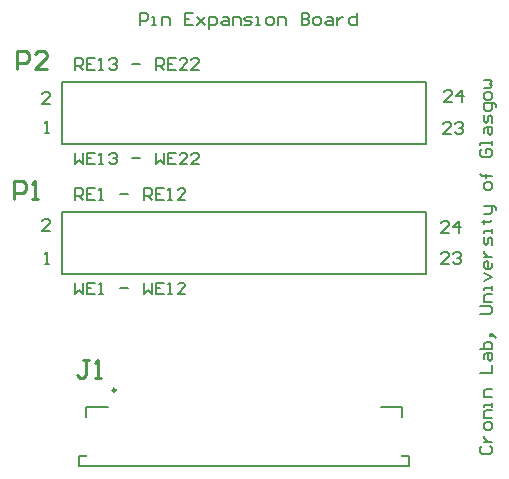
<source format=gbr>
%TF.GenerationSoftware,Altium Limited,Altium Designer,23.2.1 (34)*%
G04 Layer_Color=65535*
%FSLAX45Y45*%
%MOMM*%
%TF.SameCoordinates,7D16A08E-AD26-414A-B05A-F9FA4662990C*%
%TF.FilePolarity,Positive*%
%TF.FileFunction,Legend,Top*%
%TF.Part,Single*%
G01*
G75*
%TA.AperFunction,NonConductor*%
%ADD21C,0.25000*%
%ADD22C,0.20000*%
%ADD23C,0.15240*%
%ADD24C,0.25400*%
D21*
X3612501Y3857880D02*
G03*
X3612501Y3857880I-12500J0D01*
G01*
D22*
X6239002Y5943879D02*
Y6466880D01*
X3161005D02*
X6239002D01*
X3161005Y5943879D02*
X6239002D01*
X3161005D02*
Y6466880D01*
X6238997Y4843876D02*
Y5366878D01*
X3161000D02*
X6238997D01*
X3161000Y4843876D02*
X6238997D01*
X3161000D02*
Y5366878D01*
X3359999Y3712880D02*
X3545002D01*
X5855000D02*
X6040003D01*
Y3297880D02*
X6100003D01*
X6100008Y3212886D01*
X3300009D02*
X6100008D01*
X3299999Y3297880D02*
X3300009Y3212886D01*
X3299999Y3297880D02*
X3359999D01*
X6040003Y3632880D02*
Y3712880D01*
Y3297880D02*
Y3312881D01*
X3359999Y3632880D02*
Y3712880D01*
Y3297880D02*
Y3312881D01*
X3270000Y6570000D02*
Y6669968D01*
X3319984D01*
X3336645Y6653306D01*
Y6619984D01*
X3319984Y6603323D01*
X3270000D01*
X3303323D02*
X3336645Y6570000D01*
X3436613Y6669968D02*
X3369968D01*
Y6570000D01*
X3436613D01*
X3369968Y6619984D02*
X3403290D01*
X3469936Y6570000D02*
X3503258D01*
X3486597D01*
Y6669968D01*
X3469936Y6653306D01*
X3553242D02*
X3569903Y6669968D01*
X3603226D01*
X3619887Y6653306D01*
Y6636645D01*
X3603226Y6619984D01*
X3586565D01*
X3603226D01*
X3619887Y6603323D01*
Y6586661D01*
X3603226Y6570000D01*
X3569903D01*
X3553242Y6586661D01*
X3753178Y6619984D02*
X3819823D01*
X3953113Y6570000D02*
Y6669968D01*
X4003097D01*
X4019758Y6653306D01*
Y6619984D01*
X4003097Y6603323D01*
X3953113D01*
X3986436D02*
X4019758Y6570000D01*
X4119726Y6669968D02*
X4053081D01*
Y6570000D01*
X4119726D01*
X4053081Y6619984D02*
X4086404D01*
X4219694Y6570000D02*
X4153049D01*
X4219694Y6636645D01*
Y6653306D01*
X4203033Y6669968D01*
X4169710D01*
X4153049Y6653306D01*
X4319662Y6570000D02*
X4253017D01*
X4319662Y6636645D01*
Y6653306D01*
X4303001Y6669968D01*
X4269678D01*
X4253017Y6653306D01*
X3270000Y5470000D02*
Y5569968D01*
X3319984D01*
X3336645Y5553306D01*
Y5519984D01*
X3319984Y5503322D01*
X3270000D01*
X3303323D02*
X3336645Y5470000D01*
X3436613Y5569968D02*
X3369968D01*
Y5470000D01*
X3436613D01*
X3369968Y5519984D02*
X3403290D01*
X3469936Y5470000D02*
X3503258D01*
X3486597D01*
Y5569968D01*
X3469936Y5553306D01*
X3653210Y5519984D02*
X3719855D01*
X3853145Y5470000D02*
Y5569968D01*
X3903129D01*
X3919790Y5553306D01*
Y5519984D01*
X3903129Y5503322D01*
X3853145D01*
X3886468D02*
X3919790Y5470000D01*
X4019758Y5569968D02*
X3953113D01*
Y5470000D01*
X4019758D01*
X3953113Y5519984D02*
X3986436D01*
X4053081Y5470000D02*
X4086404D01*
X4069742D01*
Y5569968D01*
X4053081Y5553306D01*
X4203032Y5470000D02*
X4136387D01*
X4203032Y5536645D01*
Y5553306D01*
X4186371Y5569968D01*
X4153049D01*
X4136387Y5553306D01*
X3820000Y6953322D02*
Y7053290D01*
X3869984D01*
X3886645Y7036629D01*
Y7003306D01*
X3869984Y6986645D01*
X3820000D01*
X3919968Y6953322D02*
X3953290D01*
X3936629D01*
Y7019967D01*
X3919968D01*
X4003274Y6953322D02*
Y7019967D01*
X4053258D01*
X4069919Y7003306D01*
Y6953322D01*
X4269855Y7053290D02*
X4203210D01*
Y6953322D01*
X4269855D01*
X4203210Y7003306D02*
X4236532D01*
X4303178Y7019967D02*
X4369823Y6953322D01*
X4336500Y6986645D01*
X4369823Y7019967D01*
X4303178Y6953322D01*
X4403145Y6920000D02*
Y7019967D01*
X4453129D01*
X4469790Y7003306D01*
Y6969984D01*
X4453129Y6953322D01*
X4403145D01*
X4519775Y7019967D02*
X4553097D01*
X4569758Y7003306D01*
Y6953322D01*
X4519775D01*
X4503113Y6969984D01*
X4519775Y6986645D01*
X4569758D01*
X4603081Y6953322D02*
Y7019967D01*
X4653065D01*
X4669726Y7003306D01*
Y6953322D01*
X4703049D02*
X4753033D01*
X4769694Y6969984D01*
X4753033Y6986645D01*
X4719710D01*
X4703049Y7003306D01*
X4719710Y7019967D01*
X4769694D01*
X4803017Y6953322D02*
X4836339D01*
X4819678D01*
Y7019967D01*
X4803017D01*
X4902984Y6953322D02*
X4936307D01*
X4952968Y6969984D01*
Y7003306D01*
X4936307Y7019967D01*
X4902984D01*
X4886323Y7003306D01*
Y6969984D01*
X4902984Y6953322D01*
X4986291D02*
Y7019967D01*
X5036275D01*
X5052936Y7003306D01*
Y6953322D01*
X5186226Y7053290D02*
Y6953322D01*
X5236210D01*
X5252871Y6969984D01*
Y6986645D01*
X5236210Y7003306D01*
X5186226D01*
X5236210D01*
X5252871Y7019967D01*
Y7036629D01*
X5236210Y7053290D01*
X5186226D01*
X5302856Y6953322D02*
X5336178D01*
X5352839Y6969984D01*
Y7003306D01*
X5336178Y7019967D01*
X5302856D01*
X5286194Y7003306D01*
Y6969984D01*
X5302856Y6953322D01*
X5402823Y7019967D02*
X5436146D01*
X5452807Y7003306D01*
Y6953322D01*
X5402823D01*
X5386162Y6969984D01*
X5402823Y6986645D01*
X5452807D01*
X5486130Y7019967D02*
Y6953322D01*
Y6986645D01*
X5502791Y7003306D01*
X5519452Y7019967D01*
X5536114D01*
X5652743Y7053290D02*
Y6953322D01*
X5602759D01*
X5586098Y6969984D01*
Y7003306D01*
X5602759Y7019967D01*
X5652743D01*
X3270000Y5869968D02*
Y5770000D01*
X3303323Y5803322D01*
X3336645Y5770000D01*
Y5869968D01*
X3436613D02*
X3369968D01*
Y5770000D01*
X3436613D01*
X3369968Y5819984D02*
X3403290D01*
X3469936Y5770000D02*
X3503258D01*
X3486597D01*
Y5869968D01*
X3469936Y5853306D01*
X3553242D02*
X3569903Y5869968D01*
X3603226D01*
X3619887Y5853306D01*
Y5836645D01*
X3603226Y5819984D01*
X3586565D01*
X3603226D01*
X3619887Y5803322D01*
Y5786661D01*
X3603226Y5770000D01*
X3569903D01*
X3553242Y5786661D01*
X3753178Y5819984D02*
X3819823D01*
X3953113Y5869968D02*
Y5770000D01*
X3986436Y5803322D01*
X4019758Y5770000D01*
Y5869968D01*
X4119726D02*
X4053081D01*
Y5770000D01*
X4119726D01*
X4053081Y5819984D02*
X4086404D01*
X4219694Y5770000D02*
X4153049D01*
X4219694Y5836645D01*
Y5853306D01*
X4203033Y5869968D01*
X4169710D01*
X4153049Y5853306D01*
X4319662Y5770000D02*
X4253017D01*
X4319662Y5836645D01*
Y5853306D01*
X4303001Y5869968D01*
X4269678D01*
X4253017Y5853306D01*
X3270000Y4769968D02*
Y4670000D01*
X3303323Y4703323D01*
X3336645Y4670000D01*
Y4769968D01*
X3436613D02*
X3369968D01*
Y4670000D01*
X3436613D01*
X3369968Y4719984D02*
X3403290D01*
X3469936Y4670000D02*
X3503258D01*
X3486597D01*
Y4769968D01*
X3469936Y4753306D01*
X3653210Y4719984D02*
X3719855D01*
X3853145Y4769968D02*
Y4670000D01*
X3886468Y4703323D01*
X3919790Y4670000D01*
Y4769968D01*
X4019758D02*
X3953113D01*
Y4670000D01*
X4019758D01*
X3953113Y4719984D02*
X3986436D01*
X4053081Y4670000D02*
X4086404D01*
X4069742D01*
Y4769968D01*
X4053081Y4753306D01*
X4203032Y4670000D02*
X4136387D01*
X4203032Y4736645D01*
Y4753306D01*
X4186371Y4769968D01*
X4153049D01*
X4136387Y4753306D01*
X6713371Y3386645D02*
X6696709Y3369984D01*
Y3336662D01*
X6713371Y3320000D01*
X6780016D01*
X6796677Y3336662D01*
Y3369984D01*
X6780016Y3386645D01*
X6730032Y3419968D02*
X6796677D01*
X6763355D01*
X6746693Y3436629D01*
X6730032Y3453291D01*
Y3469952D01*
X6796677Y3536597D02*
Y3569920D01*
X6780016Y3586581D01*
X6746693D01*
X6730032Y3569920D01*
Y3536597D01*
X6746693Y3519936D01*
X6780016D01*
X6796677Y3536597D01*
Y3619904D02*
X6730032D01*
Y3669888D01*
X6746693Y3686549D01*
X6796677D01*
Y3719871D02*
Y3753194D01*
Y3736533D01*
X6730032D01*
Y3719871D01*
X6796677Y3803178D02*
X6730032D01*
Y3853162D01*
X6746693Y3869823D01*
X6796677D01*
X6696709Y4003113D02*
X6796677D01*
Y4069758D01*
X6730032Y4119743D02*
Y4153065D01*
X6746693Y4169726D01*
X6796677D01*
Y4119743D01*
X6780016Y4103081D01*
X6763355Y4119743D01*
Y4169726D01*
X6696709Y4203049D02*
X6796677D01*
Y4253033D01*
X6780016Y4269694D01*
X6763355D01*
X6746693D01*
X6730032Y4253033D01*
Y4203049D01*
X6813339Y4319678D02*
X6796677Y4336339D01*
X6780016D01*
Y4319678D01*
X6796677D01*
Y4336339D01*
X6813339Y4319678D01*
X6830000Y4303017D01*
X6696709Y4502952D02*
X6780016D01*
X6796677Y4519614D01*
Y4552936D01*
X6780016Y4569597D01*
X6696709D01*
X6796677Y4602920D02*
X6730032D01*
Y4652904D01*
X6746693Y4669565D01*
X6796677D01*
Y4702888D02*
Y4736210D01*
Y4719549D01*
X6730032D01*
Y4702888D01*
Y4786194D02*
X6796677Y4819517D01*
X6730032Y4852839D01*
X6796677Y4936146D02*
Y4902824D01*
X6780016Y4886162D01*
X6746693D01*
X6730032Y4902824D01*
Y4936146D01*
X6746693Y4952807D01*
X6763355D01*
Y4886162D01*
X6730032Y4986130D02*
X6796677D01*
X6763355D01*
X6746693Y5002791D01*
X6730032Y5019452D01*
Y5036114D01*
X6796677Y5086098D02*
Y5136082D01*
X6780016Y5152743D01*
X6763355Y5136082D01*
Y5102759D01*
X6746693Y5086098D01*
X6730032Y5102759D01*
Y5152743D01*
X6796677Y5186066D02*
Y5219388D01*
Y5202727D01*
X6730032D01*
Y5186066D01*
X6713371Y5286033D02*
X6730032D01*
Y5269372D01*
Y5302694D01*
Y5286033D01*
X6780016D01*
X6796677Y5302694D01*
X6730032Y5352678D02*
X6780016D01*
X6796677Y5369340D01*
Y5419323D01*
X6813339D01*
X6830000Y5402662D01*
Y5386001D01*
X6796677Y5419323D02*
X6730032D01*
X6796677Y5569275D02*
Y5602598D01*
X6780016Y5619259D01*
X6746693D01*
X6730032Y5602598D01*
Y5569275D01*
X6746693Y5552614D01*
X6780016D01*
X6796677Y5569275D01*
Y5669243D02*
X6713371D01*
X6746693D01*
Y5652582D01*
Y5685904D01*
Y5669243D01*
X6713371D01*
X6696709Y5685904D01*
X6713371Y5902501D02*
X6696709Y5885840D01*
Y5852517D01*
X6713371Y5835856D01*
X6780016D01*
X6796677Y5852517D01*
Y5885840D01*
X6780016Y5902501D01*
X6746693D01*
Y5869179D01*
X6796677Y5935824D02*
Y5969146D01*
Y5952485D01*
X6696709D01*
Y5935824D01*
X6730032Y6035792D02*
Y6069114D01*
X6746693Y6085775D01*
X6796677D01*
Y6035792D01*
X6780016Y6019130D01*
X6763355Y6035792D01*
Y6085775D01*
X6796677Y6119098D02*
Y6169082D01*
X6780016Y6185743D01*
X6763355Y6169082D01*
Y6135759D01*
X6746693Y6119098D01*
X6730032Y6135759D01*
Y6185743D01*
X6830000Y6252388D02*
Y6269050D01*
X6813339Y6285711D01*
X6730032D01*
Y6235727D01*
X6746693Y6219066D01*
X6780016D01*
X6796677Y6235727D01*
Y6285711D01*
Y6335695D02*
Y6369017D01*
X6780016Y6385679D01*
X6746693D01*
X6730032Y6369017D01*
Y6335695D01*
X6746693Y6319034D01*
X6780016D01*
X6796677Y6335695D01*
X6730032Y6419001D02*
X6780016D01*
X6796677Y6435663D01*
X6780016Y6452324D01*
X6796677Y6468985D01*
X6780016Y6485646D01*
X6730032D01*
D23*
X6457712Y6295380D02*
X6390001D01*
X6457712Y6363091D01*
Y6380019D01*
X6440784Y6396947D01*
X6406929D01*
X6390001Y6380019D01*
X6542352Y6295380D02*
Y6396947D01*
X6491568Y6346164D01*
X6559279D01*
X6447712Y6025380D02*
X6380001D01*
X6447712Y6093091D01*
Y6110020D01*
X6430784Y6126947D01*
X6396929D01*
X6380001Y6110020D01*
X6481568D02*
X6498496Y6126947D01*
X6532352D01*
X6549280Y6110020D01*
Y6093091D01*
X6532352Y6076164D01*
X6515424D01*
X6532352D01*
X6549280Y6059236D01*
Y6042308D01*
X6532352Y6025380D01*
X6498496D01*
X6481568Y6042308D01*
X3057712Y6285380D02*
X2990001D01*
X3057712Y6353091D01*
Y6370020D01*
X3040784Y6386947D01*
X3006929D01*
X2990001Y6370020D01*
X3010001Y6035380D02*
X3043856D01*
X3026929D01*
Y6136947D01*
X3010001Y6120020D01*
X6437712Y5185380D02*
X6370001D01*
X6437712Y5253091D01*
Y5270019D01*
X6420784Y5286947D01*
X6386929D01*
X6370001Y5270019D01*
X6522352Y5185380D02*
Y5286947D01*
X6471568Y5236164D01*
X6539280D01*
X6437712Y4925380D02*
X6370001D01*
X6437712Y4993091D01*
Y5010019D01*
X6420784Y5026947D01*
X6386929D01*
X6370001Y5010019D01*
X6471568D02*
X6488496Y5026947D01*
X6522352D01*
X6539280Y5010019D01*
Y4993091D01*
X6522352Y4976164D01*
X6505424D01*
X6522352D01*
X6539280Y4959236D01*
Y4942308D01*
X6522352Y4925380D01*
X6488496D01*
X6471568Y4942308D01*
X3057712Y5205380D02*
X2990001D01*
X3057712Y5273091D01*
Y5290019D01*
X3040784Y5306947D01*
X3006929D01*
X2990001Y5290019D01*
X3010001Y4925380D02*
X3043856D01*
X3026929D01*
Y5026947D01*
X3010001Y5010019D01*
D24*
X2773041Y6573825D02*
Y6726175D01*
X2849217D01*
X2874608Y6700783D01*
Y6650000D01*
X2849217Y6624608D01*
X2773041D01*
X3026959Y6573825D02*
X2925392D01*
X3026959Y6675392D01*
Y6700783D01*
X3001567Y6726175D01*
X2950784D01*
X2925392Y6700783D01*
X2748433Y5473825D02*
Y5626175D01*
X2824608D01*
X2850000Y5600784D01*
Y5550000D01*
X2824608Y5524608D01*
X2748433D01*
X2900784Y5473825D02*
X2951567D01*
X2926176D01*
Y5626175D01*
X2900784Y5600784D01*
X3385508Y4112231D02*
X3334724D01*
X3360116D01*
Y3985272D01*
X3334724Y3959880D01*
X3309333D01*
X3283941Y3985272D01*
X3436292Y3959880D02*
X3487075D01*
X3461683D01*
Y4112231D01*
X3436292Y4086839D01*
%TF.MD5,c588242b9dc7e06bd92d5b04b13ebd70*%
M02*

</source>
